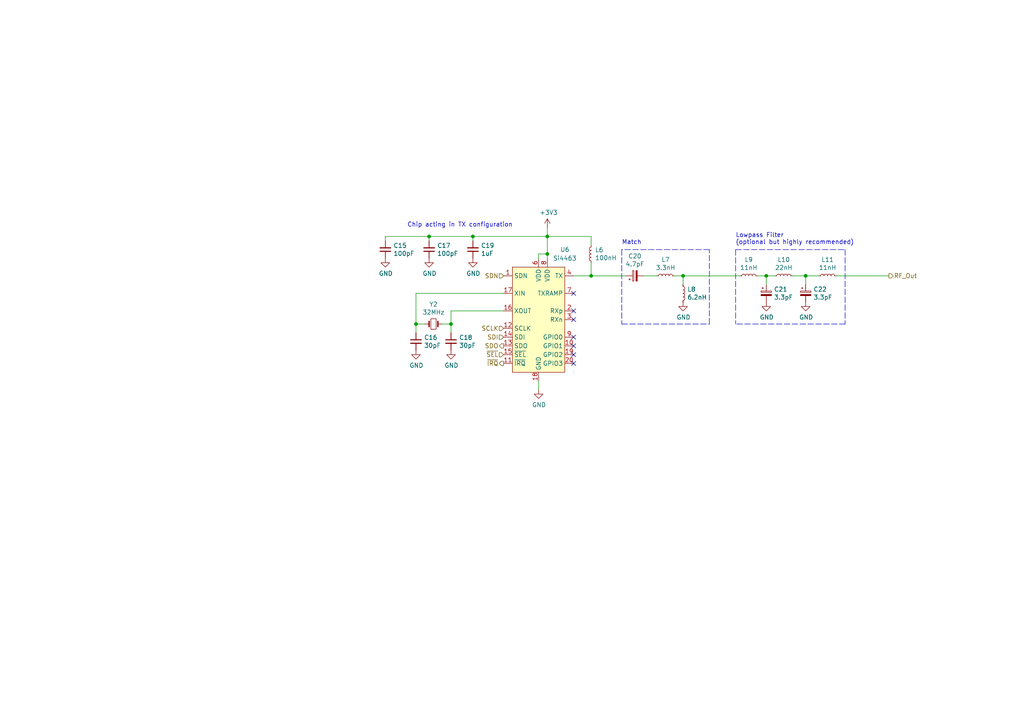
<source format=kicad_sch>
(kicad_sch (version 20211123) (generator eeschema)
  (paper "A4")
  (lib_symbols
    (symbol "Device:CP_Small" (pin_numbers hide) (pin_names (offset 0.254) hide)
      (property "Reference" "C" (at 0.254 1.778 0))
      (property "Value" "Device_CP_Small" (at 0.254 -2.032 0))
      (symbol "CP_Small_0_1"
        (rectangle (start -1.524 -0.3048) (end 1.524 -0.6858) (fill (type outline)))
        (rectangle (start -1.524 0.6858) (end 1.524 0.3048))
        (polyline (pts (xy -1.27 1.524) (xy -0.762 1.524)))
        (polyline (pts (xy -1.016 1.27) (xy -1.016 1.778)))
      )
      (symbol "CP_Small_1_1"
        (pin passive line (at 0 2.54 270) (length 1.8542) (name "~") (number "1"))
        (pin passive line (at 0 -2.54 90) (length 1.8542) (name "~") (number "2"))
      )
    )
    (symbol "Device:C_Small" (pin_numbers hide) (pin_names (offset 0.254) hide)
      (property "Reference" "C" (at 0.254 1.778 0))
      (property "Value" "C_Small" (at 0.254 -2.032 0))
      (symbol "C_Small_0_1"
        (polyline (pts (xy -1.524 -0.508) (xy 1.524 -0.508)) (stroke (width 0.3302)))
        (polyline (pts (xy -1.524 0.508) (xy 1.524 0.508)) (stroke (width 0.3048)))
      )
      (symbol "C_Small_1_1"
        (pin passive line (at 0 2.54 270) (length 2.032) (name "~") (number "1"))
        (pin passive line (at 0 -2.54 90) (length 2.032) (name "~") (number "2"))
      )
    )
    (symbol "Device:Crystal_Small" (pin_numbers hide) (pin_names (offset 1.016) hide)
      (property "Reference" "Y" (at 0 2.54 0))
      (property "Value" "Crystal_Small" (at 0 -2.54 0))
      (symbol "Crystal_Small_0_1"
        (rectangle (start -0.762 -1.524) (end 0.762 1.524))
        (polyline (pts (xy -1.27 -0.762) (xy -1.27 0.762)) (stroke (width 0.381)))
        (polyline (pts (xy 1.27 -0.762) (xy 1.27 0.762)) (stroke (width 0.381)))
      )
      (symbol "Crystal_Small_1_1"
        (pin passive line (at -2.54 0 0) (length 1.27) (name "1") (number "1"))
        (pin passive line (at 2.54 0 180) (length 1.27) (name "2") (number "2"))
      )
    )
    (symbol "Device:L_Small" (pin_numbers hide) (pin_names (offset 0.254) hide)
      (property "Reference" "L" (at 0.762 1.016 0))
      (property "Value" "L_Small" (at 0.762 -1.016 0))
      (symbol "L_Small_0_1"
        (arc (start 0 -2.032) (mid 0.508 -1.524) (end 0 -1.016))
        (arc (start 0 -1.016) (mid 0.508 -0.508) (end 0 0))
        (arc (start 0 0) (mid 0.508 0.508) (end 0 1.016))
        (arc (start 0 1.016) (mid 0.508 1.524) (end 0 2.032))
      )
      (symbol "L_Small_1_1"
        (pin passive line (at 0 2.54 270) (length 0.508) (name "~") (number "1"))
        (pin passive line (at 0 -2.54 90) (length 0.508) (name "~") (number "2"))
      )
    )
    (symbol "RF:Si4463"
      (property "Reference" "U" (at -6.35 16.51 0))
      (property "Value" "Si4463" (at 6.35 16.51 0))
      (symbol "Si4463_0_1"
        (rectangle (start -7.62 15.24) (end 7.62 -15.24) (fill (type background)))
        (rectangle (start 10.16 -15.24) (end 10.16 -15.24))
      )
      (symbol "Si4463_1_1"
        (pin input line (at -10.16 12.7 0) (length 2.54) (name "SDN") (number "1"))
        (pin bidirectional line (at 10.16 -7.62 180) (length 2.54) (name "GPIO1") (number "10"))
        (pin open_collector line (at -10.16 -12.7 0) (length 2.54) (name "~{IRQ}") (number "11"))
        (pin input line (at -10.16 -2.54 0) (length 2.54) (name "SCLK") (number "12"))
        (pin output line (at -10.16 -7.62 0) (length 2.54) (name "SDO") (number "13"))
        (pin input line (at -10.16 -5.08 0) (length 2.54) (name "SDI") (number "14"))
        (pin input line (at -10.16 -10.16 0) (length 2.54) (name "~{SEL}") (number "15"))
        (pin passive line (at -10.16 2.54 0) (length 2.54) (name "XOUT") (number "16"))
        (pin input line (at -10.16 7.62 0) (length 2.54) (name "XIN") (number "17"))
        (pin power_in line (at 0 -17.78 90) (length 2.54) (name "GND") (number "18"))
        (pin bidirectional line (at 10.16 -10.16 180) (length 2.54) (name "GPIO2") (number "19"))
        (pin input line (at 10.16 2.54 180) (length 2.54) (name "RXp") (number "2"))
        (pin bidirectional line (at 10.16 -12.7 180) (length 2.54) (name "GPIO3") (number "20"))
        (pin power_in line (at 0 -17.78 90) (length 2.54) hide (name "GND") (number "21"))
        (pin input line (at 10.16 0 180) (length 2.54) (name "RXn") (number "3"))
        (pin output line (at 10.16 12.7 180) (length 2.54) (name "TX") (number "4"))
        (pin no_connect line (at 7.62 -15.24 180) (length 2.54) hide (name "NC") (number "5"))
        (pin power_in line (at 0 17.78 270) (length 2.54) (name "VDD") (number "6"))
        (pin output line (at 10.16 7.62 180) (length 2.54) (name "TXRAMP") (number "7"))
        (pin power_in line (at 2.54 17.78 270) (length 2.54) (name "VDD") (number "8"))
        (pin bidirectional line (at 10.16 -5.08 180) (length 2.54) (name "GPIO0") (number "9"))
      )
    )
    (symbol "power:+3.3V" (power) (pin_names (offset 0))
      (property "Value" "+3.3V" (at 0 3.556 0))
      (symbol "+3.3V_0_1"
        (polyline (pts (xy -0.762 1.27) (xy 0 2.54)))
        (polyline (pts (xy 0 0) (xy 0 2.54)))
        (polyline (pts (xy 0 2.54) (xy 0.762 1.27)))
      )
      (symbol "+3.3V_1_1"
        (pin power_in line (at 0 0 90) (length 0) hide (name "+3V3") (number "1"))
      )
    )
    (symbol "power:GND" (power) (pin_names (offset 0))
      (property "Value" "GND" (at 0 -3.81 0))
      (symbol "GND_0_1"
        (polyline (pts (xy 0 0) (xy 0 -1.27) (xy 1.27 -1.27) (xy 0 -2.54) (xy -1.27 -1.27) (xy 0 -1.27)))
      )
      (symbol "GND_1_1"
        (pin power_in line (at 0 0 270) (length 0) hide (name "GND") (number "1"))
      )
    )
  )
  (junction (at 120.65 93.98))
  (junction (at 137.16 68.58))
  (junction (at 130.81 93.98))
  (junction (at 222.25 80.01))
  (junction (at 233.68 80.01))
  (junction (at 171.45 80.01))
  (junction (at 198.12 80.01))
  (junction (at 158.75 68.58))
  (junction (at 124.46 68.58))
  (junction (at 158.75 73.66))
  (no_connect (at 166.37 85.09))
  (no_connect (at 166.37 90.17))
  (no_connect (at 166.37 102.87))
  (no_connect (at 166.37 100.33))
  (no_connect (at 166.37 97.79))
  (no_connect (at 166.37 105.41))
  (no_connect (at 166.37 92.71))
  (polyline (pts (xy 205.74 93.98) (xy 205.74 72.39)))
  (wire (pts (xy 195.58 80.01) (xy 198.12 80.01)))
  (wire (pts (xy 120.65 93.98) (xy 120.65 85.09)))
  (wire (pts (xy 130.81 93.98) (xy 130.81 90.17)))
  (wire (pts (xy 222.25 80.01) (xy 224.79 80.01)))
  (wire (pts (xy 158.75 73.66) (xy 158.75 74.93)))
  (wire (pts (xy 198.12 80.01) (xy 214.63 80.01)))
  (polyline (pts (xy 180.34 93.98) (xy 205.74 93.98)))
  (polyline (pts (xy 213.36 72.39) (xy 213.36 93.98)))
  (wire (pts (xy 198.12 82.55) (xy 198.12 80.01)))
  (wire (pts (xy 166.37 80.01) (xy 171.45 80.01)))
  (wire (pts (xy 186.69 80.01) (xy 190.5 80.01)))
  (wire (pts (xy 128.27 93.98) (xy 130.81 93.98)))
  (wire (pts (xy 233.68 80.01) (xy 237.49 80.01)))
  (wire (pts (xy 123.19 93.98) (xy 120.65 93.98)))
  (wire (pts (xy 158.75 66.04) (xy 158.75 68.58)))
  (wire (pts (xy 156.21 113.03) (xy 156.21 110.49)))
  (polyline (pts (xy 245.11 93.98) (xy 213.36 93.98)))
  (polyline (pts (xy 205.74 72.39) (xy 180.34 72.39)))
  (wire (pts (xy 171.45 71.12) (xy 171.45 68.58)))
  (wire (pts (xy 130.81 96.52) (xy 130.81 93.98)))
  (wire (pts (xy 130.81 90.17) (xy 146.05 90.17)))
  (wire (pts (xy 124.46 68.58) (xy 111.76 68.58)))
  (polyline (pts (xy 213.36 72.39) (xy 245.11 72.39)))
  (polyline (pts (xy 180.34 72.39) (xy 180.34 93.98)))
  (wire (pts (xy 111.76 68.58) (xy 111.76 69.85)))
  (wire (pts (xy 158.75 73.66) (xy 156.21 73.66)))
  (wire (pts (xy 124.46 69.85) (xy 124.46 68.58)))
  (wire (pts (xy 171.45 80.01) (xy 181.61 80.01)))
  (wire (pts (xy 156.21 73.66) (xy 156.21 74.93)))
  (wire (pts (xy 171.45 68.58) (xy 158.75 68.58)))
  (wire (pts (xy 120.65 85.09) (xy 146.05 85.09)))
  (wire (pts (xy 120.65 96.52) (xy 120.65 93.98)))
  (wire (pts (xy 242.57 80.01) (xy 257.81 80.01)))
  (wire (pts (xy 222.25 82.55) (xy 222.25 80.01)))
  (wire (pts (xy 137.16 69.85) (xy 137.16 68.58)))
  (wire (pts (xy 158.75 68.58) (xy 158.75 73.66)))
  (polyline (pts (xy 245.11 72.39) (xy 245.11 93.98)))
  (wire (pts (xy 171.45 80.01) (xy 171.45 76.2)))
  (wire (pts (xy 137.16 68.58) (xy 124.46 68.58)))
  (wire (pts (xy 158.75 68.58) (xy 137.16 68.58)))
  (wire (pts (xy 229.87 80.01) (xy 233.68 80.01)))
  (wire (pts (xy 233.68 80.01) (xy 233.68 82.55)))
  (wire (pts (xy 222.25 80.01) (xy 219.71 80.01)))
  (text "Match" (at 180.34 71.12 0) (effects (font (size 1.27 1.27)) (justify left bottom)))
  (text "Chip acting in TX configuration" (at 118.11 66.04 0) (effects (font (size 1.27 1.27)) (justify left bottom)))
  (text "Lowpass Filter\n(optional but highly recommended)" (at 213.36 71.12 0) (effects (font (size 1.27 1.27)) (justify left bottom)))
  (hierarchical_label "SCLK" (shape input) (at 146.05 95.25 180))
  (hierarchical_label "SDO" (shape output) (at 146.05 100.33 180))
  (hierarchical_label "SDN" (shape input) (at 146.05 80.01 180))
  (hierarchical_label "~{IRQ}" (shape output) (at 146.05 105.41 180))
  (hierarchical_label "RF_Out" (shape output) (at 257.81 80.01 0))
  (hierarchical_label "SDI" (shape input) (at 146.05 97.79 180))
  (hierarchical_label "~{SEL}" (shape input) (at 146.05 102.87 180))
  (symbol (lib_id "RF:Si4463") (at 156.21 92.71 0) (unit 1)
    (property "Reference" "U6" (at 163.83 72.39 0))
    (property "Value" "Si4463" (at 163.83 74.93 0))
    (property "Footprint" "Package_DFN_QFN:QFN-20-1EP_4x4mm_P0.5mm_EP2.6x2.6mm_ThermalVias" (effects hide))
    (property "Datasheet" "https://www.silabs.com/documents/public/data-sheets/Si4464-63-61-60.pdf" (effects hide))
    (property "Matching Guide" "https://www.silabs.com/content/usergenerated/asi/cloud/attachments/siliconlabs/en/community/wireless/bluetooth/forum/jcr:content/content/primary/qna/tune_an_rf_pico_boar-pg5F/AN648_Si4X6X%20AND%20EZR32%20HIGH-POWER%20PA%20MATCHING.pdf" (effects hide))
  )
  (symbol (lib_id "power:+3.3V") (at 158.75 66.04 0) (unit 1)
    (property "Reference" "#PWR034" (effects hide))
    (property "Value" "+3.3V" (at 159.131 61.6458 0))
  )
  (symbol (lib_id "power:GND") (at 124.46 74.93 0) (unit 1)
    (property "Reference" "#PWR030" (effects hide))
    (property "Value" "GND" (at 124.587 79.3242 0))
  )
  (symbol (lib_id "Device:L_Small") (at 171.45 73.66 180) (unit 1)
    (property "Reference" "L6" (at 172.5676 72.4916 0) (effects (justify right)))
    (property "Value" "100nH" (at 172.5676 74.803 0) (effects (justify right)))
    (property "Footprint" "Inductor_SMD:L_0402_1005Metric" (effects hide))
    (property "LCSC" "C27147" (effects hide))
  )
  (symbol (lib_id "Device:L_Small") (at 193.04 80.01 90) (unit 1)
    (property "Reference" "L7" (at 193.04 75.311 90))
    (property "Value" "3.3nH" (at 193.04 77.6224 90))
    (property "Footprint" "Inductor_SMD:L_0402_1005Metric" (effects hide))
    (property "LCSC" "C86064" (effects hide))
  )
  (symbol (lib_id "Device:L_Small") (at 198.12 85.09 0) (unit 1)
    (property "Reference" "L8" (at 199.3392 83.9216 0) (effects (justify left)))
    (property "Value" "6.2nH" (at 199.3392 86.233 0) (effects (justify left)))
    (property "Footprint" "Inductor_SMD:L_0402_1005Metric" (effects hide))
    (property "LCSC" "C87534 " (effects hide))
  )
  (symbol (lib_id "power:GND") (at 198.12 87.63 0) (unit 1)
    (property "Reference" "#PWR035" (effects hide))
    (property "Value" "GND" (at 198.247 92.0242 0))
  )
  (symbol (lib_id "Device:L_Small") (at 217.17 80.01 90) (unit 1)
    (property "Reference" "L9" (at 217.17 75.311 90))
    (property "Value" "11nH" (at 217.17 77.6224 90))
    (property "Footprint" "Inductor_SMD:L_0402_1005Metric" (effects hide))
    (property "LCSC" "C27147" (effects hide))
  )
  (symbol (lib_id "power:GND") (at 222.25 87.63 0) (unit 1)
    (property "Reference" "#PWR036" (effects hide))
    (property "Value" "GND" (at 222.377 92.0242 0))
  )
  (symbol (lib_id "Device:L_Small") (at 227.33 80.01 90) (unit 1)
    (property "Reference" "L10" (at 227.33 75.311 90))
    (property "Value" "22nH" (at 227.33 77.6224 90))
    (property "Footprint" "Inductor_SMD:L_0402_1005Metric" (effects hide))
    (property "LCSC" "C15178" (effects hide))
  )
  (symbol (lib_id "power:GND") (at 233.68 87.63 0) (unit 1)
    (property "Reference" "#PWR037" (effects hide))
    (property "Value" "GND" (at 233.807 92.0242 0))
  )
  (symbol (lib_id "Device:L_Small") (at 240.03 80.01 90) (unit 1)
    (property "Reference" "L11" (at 240.03 75.311 90))
    (property "Value" "11nH" (at 240.03 77.6224 90))
    (property "Footprint" "Inductor_SMD:L_0402_1005Metric" (effects hide))
    (property "LCSC" "C27147" (effects hide))
  )
  (symbol (lib_id "Device:CP_Small") (at 222.25 85.09 0) (unit 1)
    (property "Reference" "C21" (at 224.4852 83.9216 0) (effects (justify left)))
    (property "Value" "3.3pF" (at 224.4852 86.233 0) (effects (justify left)))
    (property "Footprint" "Capacitor_SMD:C_0402_1005Metric" (effects hide))
    (property "LCSC" "C1565" (effects hide))
  )
  (symbol (lib_id "Device:CP_Small") (at 233.68 85.09 0) (unit 1)
    (property "Reference" "C22" (at 235.9152 83.9216 0) (effects (justify left)))
    (property "Value" "3.3pF" (at 235.9152 86.233 0) (effects (justify left)))
    (property "Footprint" "Capacitor_SMD:C_0402_1005Metric" (effects hide))
    (property "LCSC" "C1565" (effects hide))
  )
  (symbol (lib_id "Device:CP_Small") (at 184.15 80.01 90) (unit 1)
    (property "Reference" "C20" (at 184.15 74.295 90))
    (property "Value" "4.7pF" (at 184.15 76.6064 90))
    (property "Footprint" "Capacitor_SMD:C_0402_1005Metric" (effects hide))
    (property "LCSC" " C1569 " (effects hide))
  )
  (symbol (lib_id "power:GND") (at 156.21 113.03 0) (unit 1)
    (property "Reference" "#PWR033" (effects hide))
    (property "Value" "GND" (at 156.337 117.4242 0))
  )
  (symbol (lib_id "Device:C_Small") (at 137.16 72.39 180) (unit 1)
    (property "Reference" "C19" (at 139.4968 71.2216 0) (effects (justify right)))
    (property "Value" "1uF" (at 139.4968 73.533 0) (effects (justify right)))
    (property "Footprint" "Capacitor_SMD:C_0402_1005Metric" (effects hide))
    (property "LCSC" "C52923" (effects hide))
  )
  (symbol (lib_id "Device:C_Small") (at 124.46 72.39 180) (unit 1)
    (property "Reference" "C17" (at 126.7968 71.2216 0) (effects (justify right)))
    (property "Value" "100pF" (at 126.7968 73.533 0) (effects (justify right)))
    (property "Footprint" "Capacitor_SMD:C_0402_1005Metric" (effects hide))
    (property "LCSC" "C1546 " (effects hide))
  )
  (symbol (lib_id "Device:C_Small") (at 111.76 72.39 180) (unit 1)
    (property "Reference" "C15" (at 114.0968 71.2216 0) (effects (justify right)))
    (property "Value" "100pF" (at 114.0968 73.533 0) (effects (justify right)))
    (property "Footprint" "Capacitor_SMD:C_0402_1005Metric" (effects hide))
    (property "LCSC" "C1546 " (effects hide))
  )
  (symbol (lib_id "power:GND") (at 111.76 74.93 0) (unit 1)
    (property "Reference" "#PWR028" (effects hide))
    (property "Value" "GND" (at 111.887 79.3242 0))
  )
  (symbol (lib_id "power:GND") (at 137.16 74.93 0) (unit 1)
    (property "Reference" "#PWR032" (effects hide))
    (property "Value" "GND" (at 137.287 79.3242 0))
  )
  (symbol (lib_id "Device:C_Small") (at 120.65 99.06 0) (unit 1)
    (property "Reference" "C16" (at 122.9868 97.8916 0) (effects (justify left)))
    (property "Value" "30pF" (at 122.9868 100.203 0) (effects (justify left)))
    (property "Footprint" "Capacitor_SMD:C_0603_1608Metric_Pad1.08x0.95mm_HandSolder" (effects hide))
    (property "LCSC" "C22397" (effects hide))
  )
  (symbol (lib_id "power:GND") (at 130.81 101.6 0) (unit 1)
    (property "Reference" "#PWR031" (effects hide))
    (property "Value" "GND" (at 130.937 105.9942 0))
  )
  (symbol (lib_id "power:GND") (at 120.65 101.6 0) (unit 1)
    (property "Reference" "#PWR029" (effects hide))
    (property "Value" "GND" (at 120.777 105.9942 0))
  )
  (symbol (lib_id "Device:C_Small") (at 130.81 99.06 0) (unit 1)
    (property "Reference" "C18" (at 133.1468 97.8916 0) (effects (justify left)))
    (property "Value" "30pF" (at 133.1468 100.203 0) (effects (justify left)))
    (property "Footprint" "Capacitor_SMD:C_0603_1608Metric_Pad1.08x0.95mm_HandSolder" (effects hide))
    (property "LCSC" "C22397" (effects hide))
  )
  (symbol (lib_id "Device:Crystal_Small") (at 125.73 93.98 0) (unit 1)
    (property "Reference" "Y2" (at 125.73 88.265 0))
    (property "Value" "32MHz" (at 125.73 90.5764 0))
    (property "Footprint" "RDT_Custom_Footprints:XTAL_ABM7-32.000MHZ-D2Y-T" (effects hide))
  )
)
</source>
